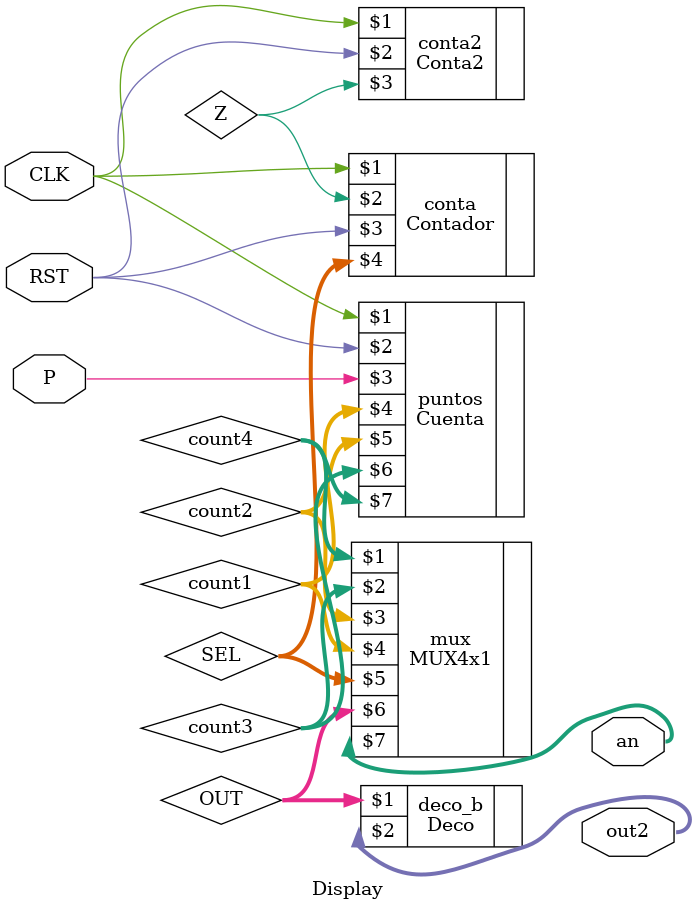
<source format=v>
`timescale 1ns / 1ps
module Display(CLK,RST,P,out2,an);
	input CLK,RST,P;
	output wire [7:0]out2;
	output wire [3:0]an;
	 
	wire [1:0]SEL;
	wire [3:0]OUT;
	wire Z;
	
   wire [3:0] count1,count2,count3,count4;
Cuenta puntos(CLK,RST,P,count1,count2,count3,count4);


MUX4x1 mux(count4,count3,count2,count1,SEL,OUT, an); 

Deco deco_b(OUT, out2);

Contador conta(CLK,Z,RST,SEL);
Conta2 conta2(CLK,RST,Z);


endmodule
</source>
